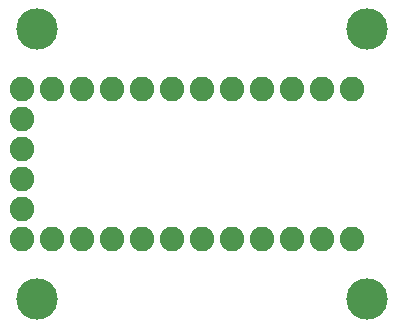
<source format=gbr>
G04 EAGLE Gerber RS-274X export*
G75*
%MOMM*%
%FSLAX34Y34*%
%LPD*%
%INSoldermask Bottom*%
%IPPOS*%
%AMOC8*
5,1,8,0,0,1.08239X$1,22.5*%
G01*
%ADD10C,3.505200*%
%ADD11C,2.082800*%


D10*
X25400Y25400D03*
X25400Y254000D03*
X304800Y254000D03*
X304800Y25400D03*
D11*
X292100Y76200D03*
X266700Y76200D03*
X241300Y76200D03*
X215900Y76200D03*
X190500Y76200D03*
X165100Y76200D03*
X139700Y76200D03*
X114300Y76200D03*
X88900Y76200D03*
X63500Y76200D03*
X38100Y76200D03*
X38100Y203200D03*
X63500Y203200D03*
X88900Y203200D03*
X114300Y203200D03*
X139700Y203200D03*
X165100Y203200D03*
X190500Y203200D03*
X215900Y203200D03*
X241300Y203200D03*
X266700Y203200D03*
X292100Y203200D03*
X12700Y76200D03*
X12700Y101600D03*
X12700Y127000D03*
X12700Y152400D03*
X12700Y177800D03*
X12700Y203200D03*
M02*

</source>
